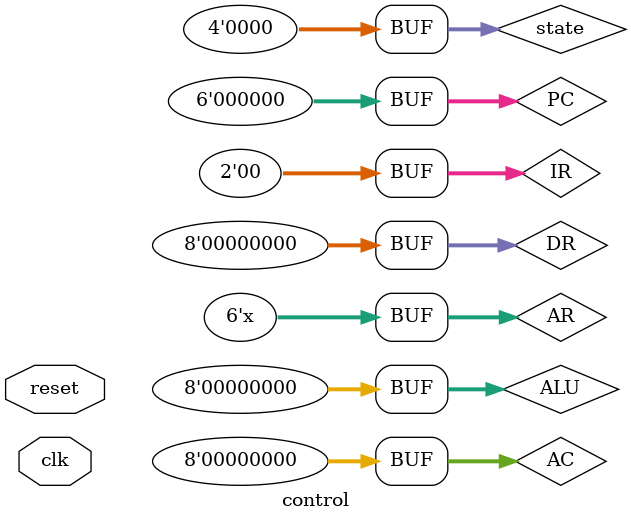
<source format=v>
module control(input clk, input reset);

	//regs
	reg [5:0] AR;
	reg [5:0] PC;
	reg [7:0] DR;
	reg [1:0] IR;
	
	reg [7:0] AC;
	reg [7:0] ALU;

	reg [3:0] state;
	parameter FETCH1 = 4'd0, FETCH2 = 4'd1, FETCH3 = 4'd2, CLR1 = 3'd3, ADD1 = 4'd8, ADD2 = 4'd9, AND1 = 4'd10, AND2 = 4'd11, JMP1 = 4'd12, INC1 = 4'd14;
	
	//microcode part (?)
	


	//reset
	always @(reset) begin //clears all regs and sends state back to FETCH
		PC <= 6'h00;
		ALU <= 8'h00;
		AC <= 8'h00;
		DR <= 8'h00;
		AR <= 6'hz;
		IR <= 2'd0;
		state <= FETCH1;
	end
	
	

endmodule

</source>
